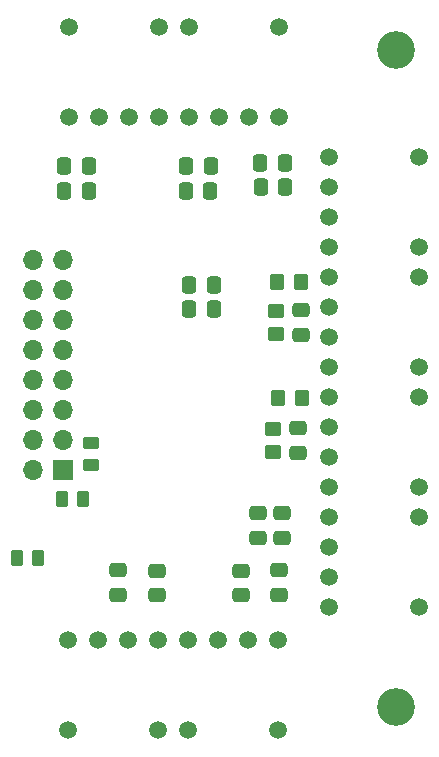
<source format=gbs>
G04 #@! TF.GenerationSoftware,KiCad,Pcbnew,(6.0.6)*
G04 #@! TF.CreationDate,2022-08-29T16:13:27+02:00*
G04 #@! TF.ProjectId,adc-fiber-interface-board-six-channels,6164632d-6669-4626-9572-2d696e746572,rev?*
G04 #@! TF.SameCoordinates,Original*
G04 #@! TF.FileFunction,Soldermask,Bot*
G04 #@! TF.FilePolarity,Negative*
%FSLAX46Y46*%
G04 Gerber Fmt 4.6, Leading zero omitted, Abs format (unit mm)*
G04 Created by KiCad (PCBNEW (6.0.6)) date 2022-08-29 16:13:27*
%MOMM*%
%LPD*%
G01*
G04 APERTURE LIST*
G04 Aperture macros list*
%AMRoundRect*
0 Rectangle with rounded corners*
0 $1 Rounding radius*
0 $2 $3 $4 $5 $6 $7 $8 $9 X,Y pos of 4 corners*
0 Add a 4 corners polygon primitive as box body*
4,1,4,$2,$3,$4,$5,$6,$7,$8,$9,$2,$3,0*
0 Add four circle primitives for the rounded corners*
1,1,$1+$1,$2,$3*
1,1,$1+$1,$4,$5*
1,1,$1+$1,$6,$7*
1,1,$1+$1,$8,$9*
0 Add four rect primitives between the rounded corners*
20,1,$1+$1,$2,$3,$4,$5,0*
20,1,$1+$1,$4,$5,$6,$7,0*
20,1,$1+$1,$6,$7,$8,$9,0*
20,1,$1+$1,$8,$9,$2,$3,0*%
G04 Aperture macros list end*
%ADD10C,1.515000*%
%ADD11R,1.700000X1.700000*%
%ADD12O,1.700000X1.700000*%
%ADD13C,3.200000*%
%ADD14RoundRect,0.250000X0.337500X0.475000X-0.337500X0.475000X-0.337500X-0.475000X0.337500X-0.475000X0*%
%ADD15RoundRect,0.250000X-0.475000X0.337500X-0.475000X-0.337500X0.475000X-0.337500X0.475000X0.337500X0*%
%ADD16RoundRect,0.250000X-0.262500X-0.450000X0.262500X-0.450000X0.262500X0.450000X-0.262500X0.450000X0*%
%ADD17RoundRect,0.250000X0.475000X-0.337500X0.475000X0.337500X-0.475000X0.337500X-0.475000X-0.337500X0*%
%ADD18RoundRect,0.250000X-0.337500X-0.475000X0.337500X-0.475000X0.337500X0.475000X-0.337500X0.475000X0*%
%ADD19RoundRect,0.250000X0.450000X-0.262500X0.450000X0.262500X-0.450000X0.262500X-0.450000X-0.262500X0*%
%ADD20RoundRect,0.250000X-0.350000X-0.450000X0.350000X-0.450000X0.350000X0.450000X-0.350000X0.450000X0*%
%ADD21RoundRect,0.250000X-0.450000X0.350000X-0.450000X-0.350000X0.450000X-0.350000X0.450000X0.350000X0*%
%ADD22RoundRect,0.250000X0.262500X0.450000X-0.262500X0.450000X-0.262500X-0.450000X0.262500X-0.450000X0*%
G04 APERTURE END LIST*
D10*
X125349000Y-62941200D03*
X125349000Y-65481200D03*
X125349000Y-68021200D03*
X125349000Y-70561200D03*
X132969000Y-70561200D03*
X132969000Y-62941200D03*
X125349000Y-52781200D03*
X125349000Y-55321200D03*
X125349000Y-57861200D03*
X125349000Y-60401200D03*
X132969000Y-60401200D03*
X132969000Y-52781200D03*
X103274400Y-39219000D03*
X105814400Y-39219000D03*
X108354400Y-39219000D03*
X110894400Y-39219000D03*
X110894400Y-31599000D03*
X103274400Y-31599000D03*
X125349000Y-73101200D03*
X125349000Y-75641200D03*
X125349000Y-78181200D03*
X125349000Y-80721200D03*
X132969000Y-80721200D03*
X132969000Y-73101200D03*
D11*
X102830400Y-69123800D03*
D12*
X100290400Y-69123800D03*
X102830400Y-66583800D03*
X100290400Y-66583800D03*
X102830400Y-64043800D03*
X100290400Y-64043800D03*
X102830400Y-61503800D03*
X100290400Y-61503800D03*
X102830400Y-58963800D03*
X100290400Y-58963800D03*
X102830400Y-56423800D03*
X100290400Y-56423800D03*
X102830400Y-53883800D03*
X100290400Y-53883800D03*
X102830400Y-51343800D03*
X100290400Y-51343800D03*
D10*
X120988800Y-83539200D03*
X118448800Y-83539200D03*
X115908800Y-83539200D03*
X113368800Y-83539200D03*
X113368800Y-91159200D03*
X120988800Y-91159200D03*
D13*
X130962400Y-33578800D03*
D10*
X125349000Y-42621200D03*
X125349000Y-45161200D03*
X125349000Y-47701200D03*
X125349000Y-50241200D03*
X132969000Y-50241200D03*
X132969000Y-42621200D03*
D13*
X130987800Y-89204800D03*
D10*
X113434400Y-39219000D03*
X115974400Y-39219000D03*
X118514400Y-39219000D03*
X121054400Y-39219000D03*
X121054400Y-31599000D03*
X113434400Y-31599000D03*
X110820200Y-83539200D03*
X108280200Y-83539200D03*
X105740200Y-83539200D03*
X103200200Y-83539200D03*
X103200200Y-91159200D03*
X110820200Y-91159200D03*
D14*
X121556600Y-43129200D03*
X119481600Y-43129200D03*
D15*
X117892900Y-77661100D03*
X117892900Y-79736100D03*
D16*
X98858700Y-76606400D03*
X100683700Y-76606400D03*
D14*
X104990300Y-43408600D03*
X102915300Y-43408600D03*
X115277300Y-45491400D03*
X113202300Y-45491400D03*
D17*
X110794800Y-79752100D03*
X110794800Y-77677100D03*
D18*
X113495000Y-55524400D03*
X115570000Y-55524400D03*
D14*
X104990300Y-45491400D03*
X102915300Y-45491400D03*
D19*
X105156000Y-68679700D03*
X105156000Y-66854700D03*
D17*
X121056400Y-79726700D03*
X121056400Y-77651700D03*
D14*
X115285100Y-43434000D03*
X113210100Y-43434000D03*
D20*
X121021600Y-63010000D03*
X123021600Y-63010000D03*
D21*
X120829200Y-55660000D03*
X120829200Y-57660000D03*
D17*
X119278400Y-74896800D03*
X119278400Y-72821800D03*
D20*
X120920000Y-53187600D03*
X122920000Y-53187600D03*
D18*
X113465700Y-53441600D03*
X115540700Y-53441600D03*
D17*
X121361200Y-74900700D03*
X121361200Y-72825700D03*
D15*
X122658000Y-65604700D03*
X122658000Y-67679700D03*
X122937400Y-55622500D03*
X122937400Y-57697500D03*
D14*
X121607400Y-45161200D03*
X119532400Y-45161200D03*
D15*
X107492800Y-77645100D03*
X107492800Y-79720100D03*
D21*
X120549800Y-65642200D03*
X120549800Y-67642200D03*
D22*
X104493700Y-71628000D03*
X102668700Y-71628000D03*
M02*

</source>
